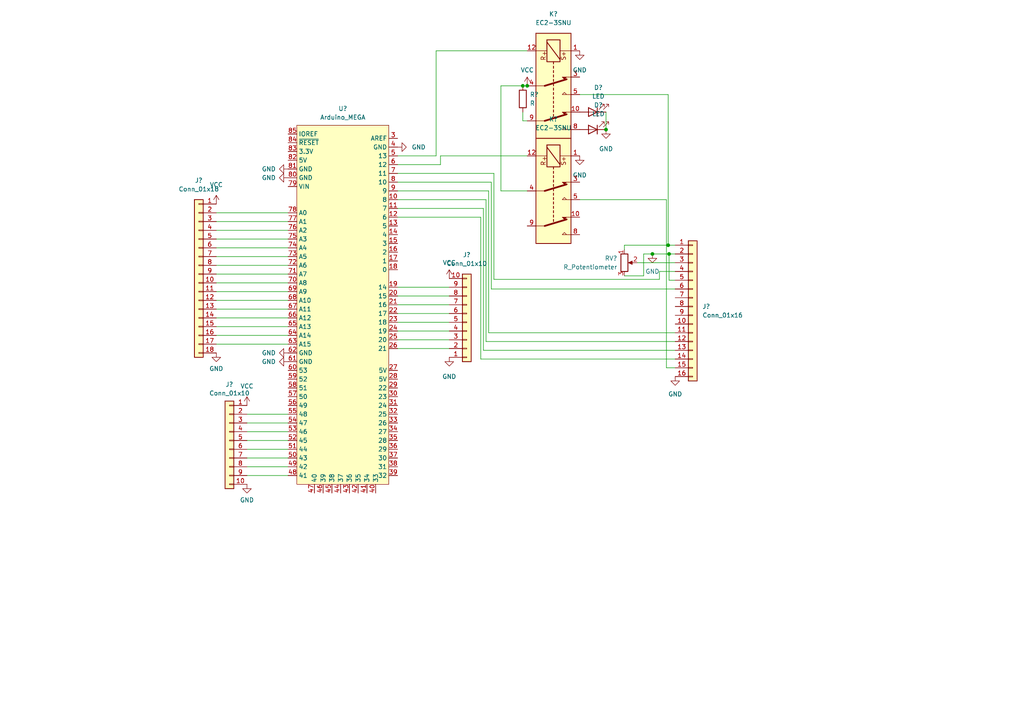
<source format=kicad_sch>
(kicad_sch (version 20211123) (generator eeschema)
  (paper "A4")
  (lib_symbols
    (symbol "Connector_Generic:Conn_01x10" (pin_names (offset 1.016) hide)
      (property "Reference" "J" (at 0 12.7 0))
      (property "Value" "Conn_01x10" (at 0 -15.24 0))
      (symbol "Conn_01x10_1_1"
        (rectangle (start -1.27 -12.573) (end 0 -12.827) (stroke (width 0.1524)))
        (rectangle (start -1.27 -10.033) (end 0 -10.287) (stroke (width 0.1524)))
        (rectangle (start -1.27 -7.493) (end 0 -7.747) (stroke (width 0.1524)))
        (rectangle (start -1.27 -4.953) (end 0 -5.207) (stroke (width 0.1524)))
        (rectangle (start -1.27 -2.413) (end 0 -2.667) (stroke (width 0.1524)))
        (rectangle (start -1.27 0.127) (end 0 -0.127) (stroke (width 0.1524)))
        (rectangle (start -1.27 2.667) (end 0 2.413) (stroke (width 0.1524)))
        (rectangle (start -1.27 5.207) (end 0 4.953) (stroke (width 0.1524)))
        (rectangle (start -1.27 7.747) (end 0 7.493) (stroke (width 0.1524)))
        (rectangle (start -1.27 10.287) (end 0 10.033) (stroke (width 0.1524)))
        (rectangle (start -1.27 11.43) (end 1.27 -13.97) (stroke (width 0.254)) (fill (type background)))
        (pin passive line (at -5.08 10.16 0) (length 3.81) (name "Pin_1") (number "1"))
        (pin passive line (at -5.08 -12.7 0) (length 3.81) (name "Pin_10") (number "10"))
        (pin passive line (at -5.08 7.62 0) (length 3.81) (name "Pin_2") (number "2"))
        (pin passive line (at -5.08 5.08 0) (length 3.81) (name "Pin_3") (number "3"))
        (pin passive line (at -5.08 2.54 0) (length 3.81) (name "Pin_4") (number "4"))
        (pin passive line (at -5.08 0 0) (length 3.81) (name "Pin_5") (number "5"))
        (pin passive line (at -5.08 -2.54 0) (length 3.81) (name "Pin_6") (number "6"))
        (pin passive line (at -5.08 -5.08 0) (length 3.81) (name "Pin_7") (number "7"))
        (pin passive line (at -5.08 -7.62 0) (length 3.81) (name "Pin_8") (number "8"))
        (pin passive line (at -5.08 -10.16 0) (length 3.81) (name "Pin_9") (number "9"))
      )
    )
    (symbol "Connector_Generic:Conn_01x16" (pin_names (offset 1.016) hide)
      (property "Reference" "J" (at 0 20.32 0))
      (property "Value" "Conn_01x16" (at 0 -22.86 0))
      (symbol "Conn_01x16_1_1"
        (rectangle (start -1.27 -20.193) (end 0 -20.447) (stroke (width 0.1524)))
        (rectangle (start -1.27 -17.653) (end 0 -17.907) (stroke (width 0.1524)))
        (rectangle (start -1.27 -15.113) (end 0 -15.367) (stroke (width 0.1524)))
        (rectangle (start -1.27 -12.573) (end 0 -12.827) (stroke (width 0.1524)))
        (rectangle (start -1.27 -10.033) (end 0 -10.287) (stroke (width 0.1524)))
        (rectangle (start -1.27 -7.493) (end 0 -7.747) (stroke (width 0.1524)))
        (rectangle (start -1.27 -4.953) (end 0 -5.207) (stroke (width 0.1524)))
        (rectangle (start -1.27 -2.413) (end 0 -2.667) (stroke (width 0.1524)))
        (rectangle (start -1.27 0.127) (end 0 -0.127) (stroke (width 0.1524)))
        (rectangle (start -1.27 2.667) (end 0 2.413) (stroke (width 0.1524)))
        (rectangle (start -1.27 5.207) (end 0 4.953) (stroke (width 0.1524)))
        (rectangle (start -1.27 7.747) (end 0 7.493) (stroke (width 0.1524)))
        (rectangle (start -1.27 10.287) (end 0 10.033) (stroke (width 0.1524)))
        (rectangle (start -1.27 12.827) (end 0 12.573) (stroke (width 0.1524)))
        (rectangle (start -1.27 15.367) (end 0 15.113) (stroke (width 0.1524)))
        (rectangle (start -1.27 17.907) (end 0 17.653) (stroke (width 0.1524)))
        (rectangle (start -1.27 19.05) (end 1.27 -21.59) (stroke (width 0.254)) (fill (type background)))
        (pin passive line (at -5.08 17.78 0) (length 3.81) (name "Pin_1") (number "1"))
        (pin passive line (at -5.08 -5.08 0) (length 3.81) (name "Pin_10") (number "10"))
        (pin passive line (at -5.08 -7.62 0) (length 3.81) (name "Pin_11") (number "11"))
        (pin passive line (at -5.08 -10.16 0) (length 3.81) (name "Pin_12") (number "12"))
        (pin passive line (at -5.08 -12.7 0) (length 3.81) (name "Pin_13") (number "13"))
        (pin passive line (at -5.08 -15.24 0) (length 3.81) (name "Pin_14") (number "14"))
        (pin passive line (at -5.08 -17.78 0) (length 3.81) (name "Pin_15") (number "15"))
        (pin passive line (at -5.08 -20.32 0) (length 3.81) (name "Pin_16") (number "16"))
        (pin passive line (at -5.08 15.24 0) (length 3.81) (name "Pin_2") (number "2"))
        (pin passive line (at -5.08 12.7 0) (length 3.81) (name "Pin_3") (number "3"))
        (pin passive line (at -5.08 10.16 0) (length 3.81) (name "Pin_4") (number "4"))
        (pin passive line (at -5.08 7.62 0) (length 3.81) (name "Pin_5") (number "5"))
        (pin passive line (at -5.08 5.08 0) (length 3.81) (name "Pin_6") (number "6"))
        (pin passive line (at -5.08 2.54 0) (length 3.81) (name "Pin_7") (number "7"))
        (pin passive line (at -5.08 0 0) (length 3.81) (name "Pin_8") (number "8"))
        (pin passive line (at -5.08 -2.54 0) (length 3.81) (name "Pin_9") (number "9"))
      )
    )
    (symbol "Connector_Generic:Conn_01x18" (pin_names (offset 1.016) hide)
      (property "Reference" "J" (at 0 22.86 0))
      (property "Value" "Conn_01x18" (at 0 -25.4 0))
      (symbol "Conn_01x18_1_1"
        (rectangle (start -1.27 -22.733) (end 0 -22.987) (stroke (width 0.1524)))
        (rectangle (start -1.27 -20.193) (end 0 -20.447) (stroke (width 0.1524)))
        (rectangle (start -1.27 -17.653) (end 0 -17.907) (stroke (width 0.1524)))
        (rectangle (start -1.27 -15.113) (end 0 -15.367) (stroke (width 0.1524)))
        (rectangle (start -1.27 -12.573) (end 0 -12.827) (stroke (width 0.1524)))
        (rectangle (start -1.27 -10.033) (end 0 -10.287) (stroke (width 0.1524)))
        (rectangle (start -1.27 -7.493) (end 0 -7.747) (stroke (width 0.1524)))
        (rectangle (start -1.27 -4.953) (end 0 -5.207) (stroke (width 0.1524)))
        (rectangle (start -1.27 -2.413) (end 0 -2.667) (stroke (width 0.1524)))
        (rectangle (start -1.27 0.127) (end 0 -0.127) (stroke (width 0.1524)))
        (rectangle (start -1.27 2.667) (end 0 2.413) (stroke (width 0.1524)))
        (rectangle (start -1.27 5.207) (end 0 4.953) (stroke (width 0.1524)))
        (rectangle (start -1.27 7.747) (end 0 7.493) (stroke (width 0.1524)))
        (rectangle (start -1.27 10.287) (end 0 10.033) (stroke (width 0.1524)))
        (rectangle (start -1.27 12.827) (end 0 12.573) (stroke (width 0.1524)))
        (rectangle (start -1.27 15.367) (end 0 15.113) (stroke (width 0.1524)))
        (rectangle (start -1.27 17.907) (end 0 17.653) (stroke (width 0.1524)))
        (rectangle (start -1.27 20.447) (end 0 20.193) (stroke (width 0.1524)))
        (rectangle (start -1.27 21.59) (end 1.27 -24.13) (stroke (width 0.254)) (fill (type background)))
        (pin passive line (at -5.08 20.32 0) (length 3.81) (name "Pin_1") (number "1"))
        (pin passive line (at -5.08 -2.54 0) (length 3.81) (name "Pin_10") (number "10"))
        (pin passive line (at -5.08 -5.08 0) (length 3.81) (name "Pin_11") (number "11"))
        (pin passive line (at -5.08 -7.62 0) (length 3.81) (name "Pin_12") (number "12"))
        (pin passive line (at -5.08 -10.16 0) (length 3.81) (name "Pin_13") (number "13"))
        (pin passive line (at -5.08 -12.7 0) (length 3.81) (name "Pin_14") (number "14"))
        (pin passive line (at -5.08 -15.24 0) (length 3.81) (name "Pin_15") (number "15"))
        (pin passive line (at -5.08 -17.78 0) (length 3.81) (name "Pin_16") (number "16"))
        (pin passive line (at -5.08 -20.32 0) (length 3.81) (name "Pin_17") (number "17"))
        (pin passive line (at -5.08 -22.86 0) (length 3.81) (name "Pin_18") (number "18"))
        (pin passive line (at -5.08 17.78 0) (length 3.81) (name "Pin_2") (number "2"))
        (pin passive line (at -5.08 15.24 0) (length 3.81) (name "Pin_3") (number "3"))
        (pin passive line (at -5.08 12.7 0) (length 3.81) (name "Pin_4") (number "4"))
        (pin passive line (at -5.08 10.16 0) (length 3.81) (name "Pin_5") (number "5"))
        (pin passive line (at -5.08 7.62 0) (length 3.81) (name "Pin_6") (number "6"))
        (pin passive line (at -5.08 5.08 0) (length 3.81) (name "Pin_7") (number "7"))
        (pin passive line (at -5.08 2.54 0) (length 3.81) (name "Pin_8") (number "8"))
        (pin passive line (at -5.08 0 0) (length 3.81) (name "Pin_9") (number "9"))
      )
    )
    (symbol "Device:LED" (pin_numbers hide) (pin_names (offset 1.016) hide)
      (property "Reference" "D" (at 0 2.54 0))
      (property "Value" "LED" (at 0 -2.54 0))
      (symbol "LED_0_1"
        (polyline (pts (xy -1.27 -1.27) (xy -1.27 1.27)) (stroke (width 0.254)))
        (polyline (pts (xy -1.27 0) (xy 1.27 0)))
        (polyline (pts (xy 1.27 -1.27) (xy 1.27 1.27) (xy -1.27 0) (xy 1.27 -1.27)) (stroke (width 0.254)))
        (polyline (pts (xy -3.048 -0.762) (xy -4.572 -2.286) (xy -3.81 -2.286) (xy -4.572 -2.286) (xy -4.572 -1.524)))
        (polyline (pts (xy -1.778 -0.762) (xy -3.302 -2.286) (xy -2.54 -2.286) (xy -3.302 -2.286) (xy -3.302 -1.524)))
      )
      (symbol "LED_1_1"
        (pin passive line (at -3.81 0 0) (length 2.54) (name "K") (number "1"))
        (pin passive line (at 3.81 0 180) (length 2.54) (name "A") (number "2"))
      )
    )
    (symbol "Device:R" (pin_numbers hide) (pin_names (offset 0))
      (property "Reference" "R" (at 2.032 0 90))
      (property "Value" "R" (at 0 0 90))
      (symbol "R_0_1"
        (rectangle (start -1.016 -2.54) (end 1.016 2.54) (stroke (width 0.254)))
      )
      (symbol "R_1_1"
        (pin passive line (at 0 3.81 270) (length 1.27) (name "~") (number "1"))
        (pin passive line (at 0 -3.81 90) (length 1.27) (name "~") (number "2"))
      )
    )
    (symbol "Device:R_Potentiometer" (pin_names (offset 1.016) hide)
      (property "Reference" "RV" (at -4.445 0 90))
      (property "Value" "R_Potentiometer" (at -2.54 0 90))
      (symbol "R_Potentiometer_0_1"
        (polyline (pts (xy 2.54 0) (xy 1.524 0)))
        (polyline (pts (xy 1.143 0) (xy 2.286 0.508) (xy 2.286 -0.508) (xy 1.143 0)) (fill (type outline)))
        (rectangle (start 1.016 2.54) (end -1.016 -2.54) (stroke (width 0.254)))
      )
      (symbol "R_Potentiometer_1_1"
        (pin passive line (at 0 3.81 270) (length 1.27) (name "1") (number "1"))
        (pin passive line (at 3.81 0 180) (length 1.27) (name "2") (number "2"))
        (pin passive line (at 0 -3.81 90) (length 1.27) (name "3") (number "3"))
      )
    )
    (symbol "MyCustomLib:Arduino_MEGA"
      (property "Reference" "U" (at 0 0 0))
      (property "Value" "Arduino_MEGA" (at 0 0 0))
      (symbol "Arduino_MEGA_0_1"
        (rectangle (start -6.35 -5.08) (end 20.32 -109.22) (fill (type background)))
      )
      (symbol "Arduino_MEGA_1_1"
        (pin bidirectional line (at 22.86 -26.67 180) (length 2.54) (name "8") (number "10"))
        (pin bidirectional line (at 22.86 -29.21 180) (length 2.54) (name "7") (number "11"))
        (pin bidirectional line (at 22.86 -31.75 180) (length 2.54) (name "6") (number "12"))
        (pin bidirectional line (at 22.86 -34.29 180) (length 2.54) (name "5") (number "13"))
        (pin bidirectional line (at 22.86 -36.83 180) (length 2.54) (name "4") (number "14"))
        (pin bidirectional line (at 22.86 -39.37 180) (length 2.54) (name "3") (number "15"))
        (pin bidirectional line (at 22.86 -41.91 180) (length 2.54) (name "2") (number "16"))
        (pin bidirectional line (at 22.86 -44.45 180) (length 2.54) (name "1") (number "17"))
        (pin bidirectional line (at 22.86 -46.99 180) (length 2.54) (name "0") (number "18"))
        (pin bidirectional line (at 22.86 -52.07 180) (length 2.54) (name "14") (number "19"))
        (pin bidirectional line (at 22.86 -54.61 180) (length 2.54) (name "15") (number "20"))
        (pin bidirectional line (at 22.86 -57.15 180) (length 2.54) (name "16") (number "21"))
        (pin bidirectional line (at 22.86 -59.69 180) (length 2.54) (name "17") (number "22"))
        (pin bidirectional line (at 22.86 -62.23 180) (length 2.54) (name "18") (number "23"))
        (pin bidirectional line (at 22.86 -64.77 180) (length 2.54) (name "19") (number "24"))
        (pin bidirectional line (at 22.86 -67.31 180) (length 2.54) (name "20") (number "25"))
        (pin bidirectional line (at 22.86 -69.85 180) (length 2.54) (name "21") (number "26"))
        (pin power_in line (at 22.86 -76.2 180) (length 2.54) (name "5V") (number "27"))
        (pin power_in line (at 22.86 -78.74 180) (length 2.54) (name "5V") (number "28"))
        (pin bidirectional line (at 22.86 -81.28 180) (length 2.54) (name "22") (number "29"))
        (pin bidirectional line (at 22.86 -8.89 180) (length 2.54) (name "AREF") (number "3"))
        (pin bidirectional line (at 22.86 -83.82 180) (length 2.54) (name "23") (number "30"))
        (pin bidirectional line (at 22.86 -86.36 180) (length 2.54) (name "24") (number "31"))
        (pin bidirectional line (at 22.86 -88.9 180) (length 2.54) (name "25") (number "32"))
        (pin bidirectional line (at 22.86 -91.44 180) (length 2.54) (name "26") (number "33"))
        (pin bidirectional line (at 22.86 -93.98 180) (length 2.54) (name "27") (number "34"))
        (pin bidirectional line (at 22.86 -96.52 180) (length 2.54) (name "28") (number "35"))
        (pin bidirectional line (at 22.86 -99.06 180) (length 2.54) (name "29") (number "36"))
        (pin bidirectional line (at 22.86 -101.6 180) (length 2.54) (name "30") (number "37"))
        (pin bidirectional line (at 22.86 -104.14 180) (length 2.54) (name "31") (number "38"))
        (pin bidirectional line (at 22.86 -106.68 180) (length 2.54) (name "32") (number "39"))
        (pin bidirectional line (at 22.86 -11.43 180) (length 2.54) (name "GND") (number "4"))
        (pin bidirectional line (at 16.51 -111.76 90) (length 2.54) (name "33") (number "40"))
        (pin bidirectional line (at 13.97 -111.76 90) (length 2.54) (name "34") (number "41"))
        (pin bidirectional line (at 11.43 -111.76 90) (length 2.54) (name "35") (number "42"))
        (pin bidirectional line (at 8.89 -111.76 90) (length 2.54) (name "36") (number "43"))
        (pin bidirectional line (at 6.35 -111.76 90) (length 2.54) (name "37") (number "44"))
        (pin bidirectional line (at 3.81 -111.76 90) (length 2.54) (name "38") (number "45"))
        (pin bidirectional line (at 1.27 -111.76 90) (length 2.54) (name "39") (number "46"))
        (pin bidirectional line (at -1.27 -111.76 90) (length 2.54) (name "40") (number "47"))
        (pin bidirectional line (at -8.89 -106.68 0) (length 2.54) (name "41") (number "48"))
        (pin bidirectional line (at -8.89 -104.14 0) (length 2.54) (name "42") (number "49"))
        (pin bidirectional line (at 22.86 -13.97 180) (length 2.54) (name "13") (number "5"))
        (pin bidirectional line (at -8.89 -101.6 0) (length 2.54) (name "43") (number "50"))
        (pin bidirectional line (at -8.89 -99.06 0) (length 2.54) (name "44") (number "51"))
        (pin bidirectional line (at -8.89 -96.52 0) (length 2.54) (name "45") (number "52"))
        (pin bidirectional line (at -8.89 -93.98 0) (length 2.54) (name "46") (number "53"))
        (pin bidirectional line (at -8.89 -91.44 0) (length 2.54) (name "47") (number "54"))
        (pin bidirectional line (at -8.89 -88.9 0) (length 2.54) (name "48") (number "55"))
        (pin bidirectional line (at -8.89 -86.36 0) (length 2.54) (name "49") (number "56"))
        (pin bidirectional line (at -8.89 -83.82 0) (length 2.54) (name "50") (number "57"))
        (pin bidirectional line (at -8.89 -81.28 0) (length 2.54) (name "51") (number "58"))
        (pin bidirectional line (at -8.89 -78.74 0) (length 2.54) (name "52") (number "59"))
        (pin bidirectional line (at 22.86 -16.51 180) (length 2.54) (name "12") (number "6"))
        (pin bidirectional line (at -8.89 -76.2 0) (length 2.54) (name "53") (number "60"))
        (pin power_out line (at -8.89 -73.66 0) (length 2.54) (name "GND") (number "61"))
        (pin power_out line (at -8.89 -71.12 0) (length 2.54) (name "GND") (number "62"))
        (pin bidirectional line (at -8.89 -68.58 0) (length 2.54) (name "A15") (number "63"))
        (pin bidirectional line (at -8.89 -66.04 0) (length 2.54) (name "A14") (number "64"))
        (pin bidirectional line (at -8.89 -63.5 0) (length 2.54) (name "A13") (number "65"))
        (pin bidirectional line (at -8.89 -60.96 0) (length 2.54) (name "A12") (number "66"))
        (pin bidirectional line (at -8.89 -58.42 0) (length 2.54) (name "A11") (number "67"))
        (pin bidirectional line (at -8.89 -55.88 0) (length 2.54) (name "A10") (number "68"))
        (pin bidirectional line (at -8.89 -53.34 0) (length 2.54) (name "A9") (number "69"))
        (pin bidirectional line (at 22.86 -19.05 180) (length 2.54) (name "11") (number "7"))
        (pin bidirectional line (at -8.89 -50.8 0) (length 2.54) (name "A8") (number "70"))
        (pin bidirectional line (at -8.89 -48.26 0) (length 2.54) (name "A7") (number "71"))
        (pin bidirectional line (at -8.89 -45.72 0) (length 2.54) (name "A6") (number "72"))
        (pin bidirectional line (at -8.89 -43.18 0) (length 2.54) (name "A5") (number "73"))
        (pin bidirectional line (at -8.89 -40.64 0) (length 2.54) (name "A4") (number "74"))
        (pin bidirectional line (at -8.89 -38.1 0) (length 2.54) (name "A3") (number "75"))
        (pin bidirectional line (at -8.89 -35.56 0) (length 2.54) (name "A2") (number "76"))
        (pin bidirectional line (at -8.89 -33.02 0) (length 2.54) (name "A1") (number "77"))
        (pin bidirectional line (at -8.89 -30.48 0) (length 2.54) (name "A0") (number "78"))
        (pin power_in line (at -8.89 -22.86 0) (length 2.54) (name "VIN") (number "79"))
        (pin bidirectional line (at 22.86 -21.59 180) (length 2.54) (name "10") (number "8"))
        (pin power_in line (at -8.89 -20.32 0) (length 2.54) (name "GND") (number "80"))
        (pin power_in line (at -8.89 -17.78 0) (length 2.54) (name "GND") (number "81"))
        (pin power_in line (at -8.89 -15.24 0) (length 2.54) (name "5V") (number "82"))
        (pin power_in line (at -8.89 -12.7 0) (length 2.54) (name "3.3V") (number "83"))
        (pin input line (at -8.89 -10.16 0) (length 2.54) (name "~{RESET}") (number "84"))
        (pin input line (at -8.89 -7.62 0) (length 2.54) (name "IOREF") (number "85"))
        (pin bidirectional line (at 22.86 -24.13 180) (length 2.54) (name "9") (number "9"))
      )
    )
    (symbol "Relay:EC2-3SNU"
      (property "Reference" "K" (at 15.24 8.89 0))
      (property "Value" "EC2-3SNU" (at 19.05 6.35 0))
      (symbol "EC2-3SNU_0_0"
        (text "S" (at -8.001 2.921 0) (effects (font (size 1.27 1.27))))
      )
      (symbol "EC2-3SNU_1_1"
        (rectangle (start -15.24 5.08) (end 15.24 -5.08) (stroke (width 0.254)) (fill (type background)))
        (rectangle (start -13.335 1.905) (end -6.985 -1.905) (stroke (width 0.254)))
        (polyline (pts (xy -12.7 -1.905) (xy -7.62 1.905)) (stroke (width 0.254)))
        (polyline (pts (xy -10.16 -5.08) (xy -10.16 -1.905)))
        (polyline (pts (xy -10.16 5.08) (xy -10.16 1.905)))
        (polyline (pts (xy -6.985 0) (xy -6.35 0)) (stroke (width 0.254)))
        (polyline (pts (xy -5.715 0) (xy -5.08 0)) (stroke (width 0.254)))
        (polyline (pts (xy -4.445 0) (xy -3.81 0)) (stroke (width 0.254)))
        (polyline (pts (xy -3.175 0) (xy -2.54 0)) (stroke (width 0.254)))
        (polyline (pts (xy -1.905 0) (xy -1.27 0)) (stroke (width 0.254)))
        (polyline (pts (xy -0.635 0) (xy 0 0)) (stroke (width 0.254)))
        (polyline (pts (xy 0 -2.54) (xy -1.905 3.81)) (stroke (width 0.508)))
        (polyline (pts (xy 0 -2.54) (xy 0 -5.08)))
        (polyline (pts (xy 0.635 0) (xy 1.27 0)) (stroke (width 0.254)))
        (polyline (pts (xy 1.905 0) (xy 2.54 0)) (stroke (width 0.254)))
        (polyline (pts (xy 3.175 0) (xy 3.81 0)) (stroke (width 0.254)))
        (polyline (pts (xy 4.445 0) (xy 5.08 0)) (stroke (width 0.254)))
        (polyline (pts (xy 5.715 0) (xy 6.35 0)) (stroke (width 0.254)))
        (polyline (pts (xy 6.985 0) (xy 7.62 0)) (stroke (width 0.254)))
        (polyline (pts (xy 8.255 0) (xy 8.89 0)) (stroke (width 0.254)))
        (polyline (pts (xy 10.16 -2.54) (xy 8.255 3.81)) (stroke (width 0.508)))
        (polyline (pts (xy 10.16 -2.54) (xy 10.16 -5.08)))
        (polyline (pts (xy -2.54 5.08) (xy -2.54 2.54) (xy -1.905 3.175) (xy -2.54 3.81)) (fill (type outline)))
        (polyline (pts (xy 2.54 5.08) (xy 2.54 2.54) (xy 1.905 3.175) (xy 2.54 3.81)))
        (polyline (pts (xy 7.62 5.08) (xy 7.62 2.54) (xy 8.255 3.175) (xy 7.62 3.81)) (fill (type outline)))
        (polyline (pts (xy 12.7 5.08) (xy 12.7 2.54) (xy 12.065 3.175) (xy 12.7 3.81)))
        (text "+" (at -9.398 -2.667 0) (effects (font (size 1.27 1.27))))
        (text "+" (at -9.271 2.921 0) (effects (font (size 1.27 1.27))))
        (text "R" (at -8.001 -2.921 0) (effects (font (size 1.27 1.27))))
        (pin passive line (at -10.16 7.62 270) (length 2.54) (name "~") (number "1"))
        (pin passive line (at 7.62 7.62 270) (length 2.54) (name "~") (number "10"))
        (pin passive line (at -10.16 -7.62 90) (length 2.54) (name "~") (number "12"))
        (pin passive line (at -2.54 7.62 270) (length 2.54) (name "~") (number "3"))
        (pin passive line (at 0 -7.62 90) (length 2.54) (name "~") (number "4"))
        (pin passive line (at 2.54 7.62 270) (length 2.54) (name "~") (number "5"))
        (pin passive line (at 12.7 7.62 270) (length 2.54) (name "~") (number "8"))
        (pin passive line (at 10.16 -7.62 90) (length 2.54) (name "~") (number "9"))
      )
    )
    (symbol "power:GND" (power) (pin_names (offset 0))
      (property "Value" "GND" (at 0 -3.81 0))
      (symbol "GND_0_1"
        (polyline (pts (xy 0 0) (xy 0 -1.27) (xy 1.27 -1.27) (xy 0 -2.54) (xy -1.27 -1.27) (xy 0 -1.27)))
      )
      (symbol "GND_1_1"
        (pin power_in line (at 0 0 270) (length 0) hide (name "GND") (number "1"))
      )
    )
    (symbol "power:VCC" (power) (pin_names (offset 0))
      (property "Value" "VCC" (at 0 3.81 0))
      (symbol "VCC_0_1"
        (polyline (pts (xy -0.762 1.27) (xy 0 2.54)))
        (polyline (pts (xy 0 0) (xy 0 2.54)))
        (polyline (pts (xy 0 2.54) (xy 0.762 1.27)))
      )
      (symbol "VCC_1_1"
        (pin power_in line (at 0 0 90) (length 0) hide (name "VCC") (number "1"))
      )
    )
  )
  (junction (at 193.802 71.12))
  (junction (at 152.908 24.892))
  (junction (at 189.23 73.66))
  (junction (at 151.638 24.892))
  (junction (at 175.768 37.592))
  (junction (at 194.056 73.66))
  (wire (pts (xy 142.494 52.832) (xy 115.316 52.832)))
  (wire (pts (xy 140.208 60.452) (xy 140.208 101.6)))
  (wire (pts (xy 71.628 125.222) (xy 83.566 125.222)))
  (wire (pts (xy 62.738 74.422) (xy 83.566 74.422)))
  (wire (pts (xy 130.302 90.932) (xy 115.316 90.932)))
  (wire (pts (xy 195.834 78.74) (xy 191.262 78.74)))
  (wire (pts (xy 62.738 99.822) (xy 83.566 99.822)))
  (wire (pts (xy 71.628 137.922) (xy 83.566 137.922)))
  (wire (pts (xy 140.97 57.912) (xy 140.97 99.06)))
  (wire (pts (xy 62.738 82.042) (xy 83.566 82.042)))
  (wire (pts (xy 195.834 101.6) (xy 140.208 101.6)))
  (wire (pts (xy 139.446 62.992) (xy 115.316 62.992)))
  (wire (pts (xy 152.908 24.892) (xy 151.638 24.892)))
  (wire (pts (xy 126.492 14.732) (xy 152.908 14.732)))
  (wire (pts (xy 193.802 71.12) (xy 195.834 71.12)))
  (wire (pts (xy 195.834 81.28) (xy 194.056 81.28)))
  (wire (pts (xy 175.768 32.512) (xy 175.768 37.592)))
  (wire (pts (xy 195.834 104.14) (xy 139.446 104.14)))
  (wire (pts (xy 141.732 96.52) (xy 195.834 96.52)))
  (wire (pts (xy 145.288 55.372) (xy 152.908 55.372)))
  (wire (pts (xy 193.802 27.432) (xy 193.802 71.12)))
  (wire (pts (xy 141.732 55.372) (xy 141.732 96.52)))
  (wire (pts (xy 115.316 55.372) (xy 141.732 55.372)))
  (wire (pts (xy 145.288 24.892) (xy 145.288 55.372)))
  (wire (pts (xy 140.97 99.06) (xy 195.834 99.06)))
  (wire (pts (xy 151.638 24.892) (xy 145.288 24.892)))
  (wire (pts (xy 62.738 66.802) (xy 83.566 66.802)))
  (wire (pts (xy 115.316 47.752) (xy 127.762 47.752)))
  (wire (pts (xy 71.628 122.682) (xy 83.566 122.682)))
  (wire (pts (xy 62.738 79.502) (xy 83.566 79.502)))
  (wire (pts (xy 142.494 52.832) (xy 142.494 83.82)))
  (wire (pts (xy 189.23 73.66) (xy 194.056 73.66)))
  (wire (pts (xy 143.256 81.026) (xy 143.256 50.292)))
  (wire (pts (xy 186.69 80.01) (xy 186.69 73.66)))
  (wire (pts (xy 62.738 92.202) (xy 83.566 92.202)))
  (wire (pts (xy 62.738 61.722) (xy 83.566 61.722)))
  (wire (pts (xy 151.638 35.052) (xy 152.908 35.052)))
  (wire (pts (xy 130.302 101.092) (xy 115.316 101.092)))
  (wire (pts (xy 193.802 71.12) (xy 181.102 71.12)))
  (wire (pts (xy 195.834 83.82) (xy 142.494 83.82)))
  (wire (pts (xy 62.738 69.342) (xy 83.566 69.342)))
  (wire (pts (xy 126.492 45.212) (xy 126.492 14.732)))
  (wire (pts (xy 71.628 135.382) (xy 83.566 135.382)))
  (wire (pts (xy 130.302 93.472) (xy 115.316 93.472)))
  (wire (pts (xy 191.262 78.74) (xy 191.262 81.026)))
  (wire (pts (xy 62.738 89.662) (xy 83.566 89.662)))
  (wire (pts (xy 62.738 87.122) (xy 83.566 87.122)))
  (wire (pts (xy 127.762 45.212) (xy 152.908 45.212)))
  (wire (pts (xy 71.628 130.302) (xy 83.566 130.302)))
  (wire (pts (xy 181.102 71.12) (xy 181.102 72.39)))
  (wire (pts (xy 186.69 73.66) (xy 189.23 73.66)))
  (wire (pts (xy 71.628 127.762) (xy 83.566 127.762)))
  (wire (pts (xy 139.446 62.992) (xy 139.446 104.14)))
  (wire (pts (xy 184.912 76.2) (xy 195.834 76.2)))
  (wire (pts (xy 62.738 84.582) (xy 83.566 84.582)))
  (wire (pts (xy 130.302 88.392) (xy 115.316 88.392)))
  (wire (pts (xy 143.256 50.292) (xy 115.316 50.292)))
  (wire (pts (xy 62.738 71.882) (xy 83.566 71.882)))
  (wire (pts (xy 193.294 57.912) (xy 193.294 106.68)))
  (wire (pts (xy 71.628 120.142) (xy 83.566 120.142)))
  (wire (pts (xy 194.056 73.66) (xy 195.834 73.66)))
  (wire (pts (xy 115.316 45.212) (xy 126.492 45.212)))
  (wire (pts (xy 151.638 32.512) (xy 151.638 35.052)))
  (wire (pts (xy 130.302 85.852) (xy 115.316 85.852)))
  (wire (pts (xy 130.302 83.312) (xy 115.316 83.312)))
  (wire (pts (xy 191.262 81.026) (xy 143.256 81.026)))
  (wire (pts (xy 62.738 64.262) (xy 83.566 64.262)))
  (wire (pts (xy 181.102 80.01) (xy 186.69 80.01)))
  (wire (pts (xy 168.148 57.912) (xy 193.294 57.912)))
  (wire (pts (xy 194.056 81.28) (xy 194.056 73.66)))
  (wire (pts (xy 127.762 47.752) (xy 127.762 45.212)))
  (wire (pts (xy 193.294 106.68) (xy 195.834 106.68)))
  (wire (pts (xy 140.97 57.912) (xy 115.316 57.912)))
  (wire (pts (xy 62.738 76.962) (xy 83.566 76.962)))
  (wire (pts (xy 115.316 60.452) (xy 140.208 60.452)))
  (wire (pts (xy 168.148 27.432) (xy 193.802 27.432)))
  (wire (pts (xy 130.302 98.552) (xy 115.316 98.552)))
  (wire (pts (xy 62.738 94.742) (xy 83.566 94.742)))
  (wire (pts (xy 71.628 132.842) (xy 83.566 132.842)))
  (wire (pts (xy 62.738 97.282) (xy 83.566 97.282)))
  (wire (pts (xy 130.302 96.012) (xy 115.316 96.012)))
  (symbol (lib_id "Relay:EC2-3SNU") (at 160.528 24.892 270) (unit 1)
    (property "Reference" "K?" (at 160.528 4.064 90))
    (property "Value" "EC2-3SNU" (at 160.528 6.604 90))
    (property "Footprint" "Relay_THT:Relay_DPDT_Kemet_EC2" (effects hide))
    (property "Datasheet" "https://content.kemet.com/datasheets/KEM_R7002_EC2_EE2.pdf" (effects hide))
  )
  (symbol (lib_id "Connector_Generic:Conn_01x10") (at 66.548 127.762 0) (mirror y) (unit 1)
    (property "Reference" "J?" (at 66.548 111.506 0))
    (property "Value" "Conn_01x10" (at 66.548 114.046 0))
  )
  (symbol (lib_id "power:GND") (at 168.148 14.732 0) (unit 1)
    (property "Reference" "#PWR?" (effects hide))
    (property "Value" "GND" (at 168.148 20.32 0))
  )
  (symbol (lib_id "power:VCC") (at 62.738 59.182 0) (unit 1)
    (property "Reference" "#PWR?" (effects hide))
    (property "Value" "VCC" (at 62.738 53.594 0))
  )
  (symbol (lib_id "power:GND") (at 130.302 103.632 0) (unit 1)
    (property "Reference" "#PWR?" (effects hide))
    (property "Value" "GND" (at 130.302 109.22 0))
  )
  (symbol (lib_id "Relay:EC2-3SNU") (at 160.528 55.372 270) (unit 1)
    (property "Reference" "K?" (at 160.528 34.544 90))
    (property "Value" "EC2-3SNU" (at 160.528 37.084 90))
    (property "Footprint" "Relay_THT:Relay_DPDT_Kemet_EC2" (effects hide))
    (property "Datasheet" "https://content.kemet.com/datasheets/KEM_R7002_EC2_EE2.pdf" (effects hide))
  )
  (symbol (lib_id "power:GND") (at 115.316 42.672 90) (unit 1)
    (property "Reference" "#PWR?" (effects hide))
    (property "Value" "GND" (at 119.38 42.6719 90) (effects (justify right)))
  )
  (symbol (lib_id "power:GND") (at 168.148 45.212 0) (unit 1)
    (property "Reference" "#PWR?" (effects hide))
    (property "Value" "GND" (at 168.148 50.8 0))
  )
  (symbol (lib_id "Connector_Generic:Conn_01x16") (at 200.914 88.9 0) (unit 1)
    (property "Reference" "J?" (at 203.708 88.8999 0) (effects (justify left)))
    (property "Value" "Conn_01x16" (at 203.708 91.4399 0) (effects (justify left)))
  )
  (symbol (lib_id "power:GND") (at 83.566 49.022 270) (unit 1)
    (property "Reference" "#PWR?" (effects hide))
    (property "Value" "GND" (at 80.01 49.0219 90) (effects (justify right)))
  )
  (symbol (lib_id "Device:R") (at 151.638 28.702 0) (unit 1)
    (property "Reference" "R?" (at 153.67 27.4319 0) (effects (justify left)))
    (property "Value" "R" (at 153.67 29.9719 0) (effects (justify left)))
  )
  (symbol (lib_id "power:GND") (at 83.566 102.362 270) (unit 1)
    (property "Reference" "#PWR?" (effects hide))
    (property "Value" "GND" (at 80.01 102.3619 90) (effects (justify right)))
  )
  (symbol (lib_id "Connector_Generic:Conn_01x18") (at 57.658 79.502 0) (mirror y) (unit 1)
    (property "Reference" "J?" (at 57.658 52.324 0))
    (property "Value" "Conn_01x18" (at 57.658 54.864 0))
  )
  (symbol (lib_id "power:GND") (at 83.566 51.562 270) (unit 1)
    (property "Reference" "#PWR?" (effects hide))
    (property "Value" "GND" (at 80.01 51.5619 90) (effects (justify right)))
  )
  (symbol (lib_id "power:GND") (at 195.834 109.22 0) (unit 1)
    (property "Reference" "#PWR?" (effects hide))
    (property "Value" "GND" (at 195.834 114.3 0))
  )
  (symbol (lib_id "power:GND") (at 175.768 37.592 0) (unit 1)
    (property "Reference" "#PWR?" (effects hide))
    (property "Value" "GND" (at 175.768 43.18 0))
  )
  (symbol (lib_id "power:GND") (at 71.628 140.462 0) (unit 1)
    (property "Reference" "#PWR?" (effects hide))
    (property "Value" "GND" (at 71.628 145.034 0))
  )
  (symbol (lib_id "MyCustomLib:Arduino_MEGA") (at 92.456 31.242 0) (unit 1)
    (property "Reference" "U?" (at 99.441 31.496 0))
    (property "Value" "Arduino_MEGA" (at 99.441 34.036 0))
  )
  (symbol (lib_id "power:GND") (at 83.566 104.902 270) (unit 1)
    (property "Reference" "#PWR?" (effects hide))
    (property "Value" "GND" (at 80.01 104.9019 90) (effects (justify right)))
  )
  (symbol (lib_id "power:VCC") (at 130.302 80.772 0) (unit 1)
    (property "Reference" "#PWR?" (effects hide))
    (property "Value" "VCC" (at 130.302 76.2 0))
  )
  (symbol (lib_id "power:GND") (at 62.738 102.362 0) (unit 1)
    (property "Reference" "#PWR?" (effects hide))
    (property "Value" "GND" (at 62.738 106.934 0))
  )
  (symbol (lib_id "Device:LED") (at 171.958 32.512 180) (unit 1)
    (property "Reference" "D?" (at 173.5455 25.4 0))
    (property "Value" "LED" (at 173.5455 27.94 0))
  )
  (symbol (lib_id "power:VCC") (at 152.908 24.892 0) (unit 1)
    (property "Reference" "#PWR?" (effects hide))
    (property "Value" "VCC" (at 152.908 20.32 0))
  )
  (symbol (lib_id "power:VCC") (at 71.628 117.602 0) (unit 1)
    (property "Reference" "#PWR?" (effects hide))
    (property "Value" "VCC" (at 71.628 112.014 0))
  )
  (symbol (lib_id "Device:LED") (at 171.958 37.592 180) (unit 1)
    (property "Reference" "D?" (at 173.5455 30.48 0))
    (property "Value" "LED" (at 173.5455 33.02 0))
  )
  (symbol (lib_id "Connector_Generic:Conn_01x10") (at 135.382 93.472 0) (mirror x) (unit 1)
    (property "Reference" "J?" (at 135.382 73.914 0))
    (property "Value" "Conn_01x10" (at 135.382 76.454 0))
  )
  (symbol (lib_id "Device:R_Potentiometer") (at 181.102 76.2 0) (unit 1)
    (property "Reference" "RV?" (at 179.07 74.9299 0) (effects (justify right)))
    (property "Value" "R_Potentiometer" (at 179.07 77.4699 0) (effects (justify right)))
  )
  (symbol (lib_id "power:GND") (at 189.23 73.66 0) (unit 1)
    (property "Reference" "#PWR?" (effects hide))
    (property "Value" "GND" (at 189.23 78.74 0))
  )
)
</source>
